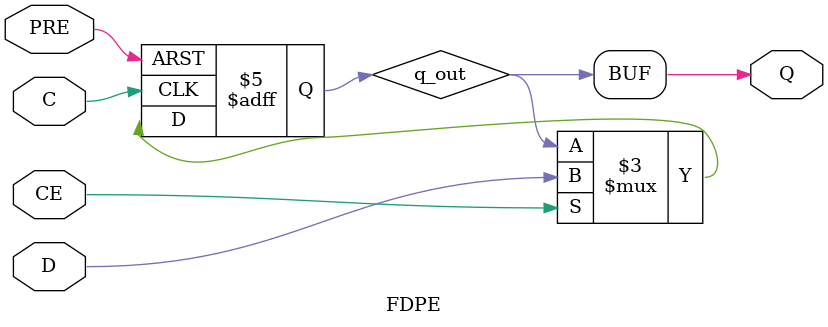
<source format=v>
`timescale  1 ps / 1 ps

module FDPE (Q, C, CE, D, PRE);

    parameter INIT = 1'b1;

    output Q;

    input  C, CE, D, PRE;

    wire Q;
    reg q_out;

    initial q_out = INIT;

    assign Q = q_out;

    always @(posedge C or posedge PRE)
        if (PRE)
             q_out <= 1;
        else if (CE)
	         q_out <= D;

endmodule

</source>
